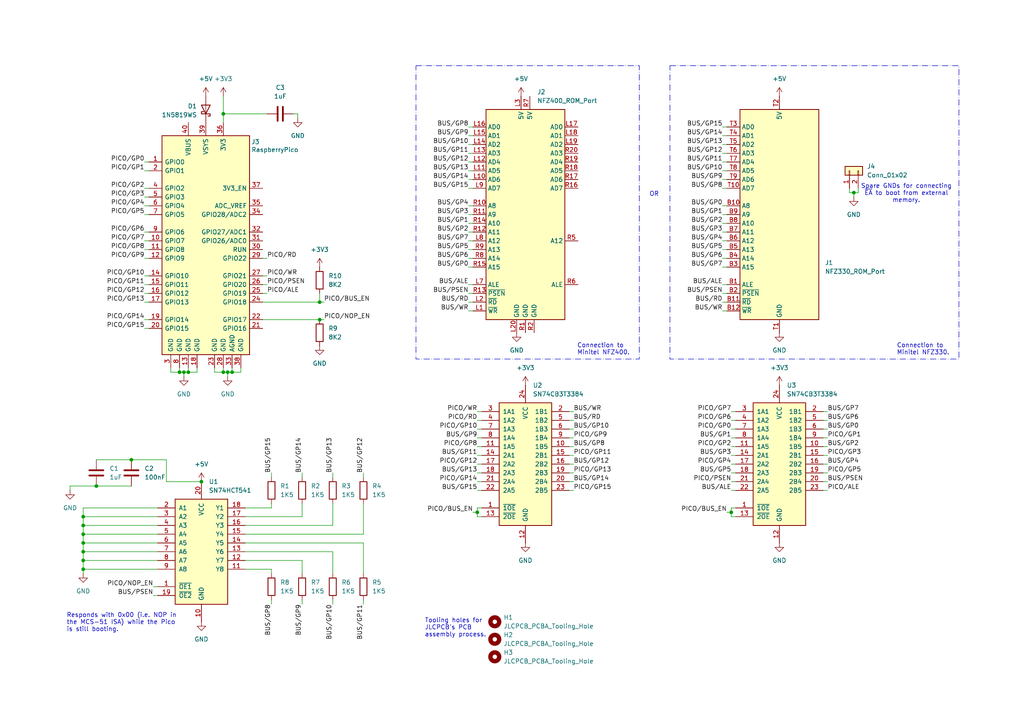
<source format=kicad_sch>
(kicad_sch (version 20250114) (generator "eeschema") (generator_version "9.0")
  (paper "A4")
  (lib_symbols
    (symbol "Connector_Generic:Conn_01x02" (pin_names (offset 1.016) (hide yes))
      (property "Reference" "J" (at 0 2.54 0))
      (property "Value" "Conn_01x02" (at 0 -5.08 0))
      (symbol "Conn_01x02_1_1"
        (rectangle (start -1.27 1.27) (end 1.27 -3.81) (stroke (width 0.254)) (fill (type background)))
        (rectangle (start -1.27 0.127) (end 0 -0.127) (stroke (width 0.1524)))
        (rectangle (start -1.27 -2.413) (end 0 -2.667) (stroke (width 0.1524)))
        (pin passive line (at -5.08 0 0) (length 3.81) (name "Pin_1") (number "1"))
        (pin passive line (at -5.08 -2.54 0) (length 3.81) (name "Pin_2") (number "2"))
      )
    )
    (symbol "Device:C" (pin_numbers (hide yes)) (pin_names (offset 0.254))
      (property "Reference" "C" (at 0.635 2.54 0))
      (property "Value" "C" (at 0.635 -2.54 0))
      (symbol "C_0_1"
        (polyline (pts (xy -2.032 0.762) (xy 2.032 0.762)) (stroke (width 0.508)))
        (polyline (pts (xy -2.032 -0.762) (xy 2.032 -0.762)) (stroke (width 0.508)))
      )
      (symbol "C_1_1"
        (pin passive line (at 0 3.81 270) (length 2.794) (name "~") (number "1"))
        (pin passive line (at 0 -3.81 90) (length 2.794) (name "~") (number "2"))
      )
    )
    (symbol "Device:R" (pin_numbers (hide yes)) (pin_names (offset 0))
      (property "Reference" "R" (at 2.032 0 90))
      (property "Value" "R" (at 0 0 90))
      (symbol "R_0_1"
        (rectangle (start -1.016 -2.54) (end 1.016 2.54) (stroke (width 0.254)))
      )
      (symbol "R_1_1"
        (pin passive line (at 0 3.81 270) (length 1.27) (name "~") (number "1"))
        (pin passive line (at 0 -3.81 90) (length 1.27) (name "~") (number "2"))
      )
    )
    (symbol "Diode:1N5819WS" (pin_numbers (hide yes)) (pin_names (offset 1.016) (hide yes))
      (property "Reference" "D" (at 0 2.54 0))
      (property "Value" "1N5819WS" (at 0 -2.54 0))
      (symbol "1N5819WS_0_1"
        (polyline (pts (xy -1.905 0.635) (xy -1.905 1.27) (xy -1.27 1.27) (xy -1.27 -1.27) (xy -0.635 -1.27) (xy -0.635 -0.635)) (stroke (width 0.254)))
        (polyline (pts (xy 1.27 1.27) (xy 1.27 -1.27) (xy -1.27 0) (xy 1.27 1.27)) (stroke (width 0.254)))
        (polyline (pts (xy 1.27 0) (xy -1.27 0)))
      )
      (symbol "1N5819WS_1_1"
        (pin passive line (at -3.81 0 0) (length 2.54) (name "K") (number "1"))
        (pin passive line (at 3.81 0 180) (length 2.54) (name "A") (number "2"))
      )
    )
    (symbol "Mechanical:MountingHole" (pin_names (offset 1.016)) (in_bom no)
      (property "Reference" "H" (at 0 5.08 0))
      (property "Value" "MountingHole" (at 0 3.175 0))
      (symbol "MountingHole_0_1"
        (circle (center 0 0) (radius 1.27) (stroke (width 1.27)))
      )
    )
    (symbol "ProjectSymbols:NFZ330_ROM_Port"
      (property "Reference" "J" (at -7.62 31.75 0))
      (property "Value" "NFZ330_ROM_Port" (at 13.208 -11.176 90))
      (symbol "NFZ330_ROM_Port_0_1"
        (rectangle (start -11.43 30.48) (end 11.43 -30.48) (stroke (width 0.254)) (fill (type background)))
      )
      (symbol "NFZ330_ROM_Port_1_1"
        (pin passive line (at -15.24 25.4 0) (length 3.81) (name "AD0") (number "T3"))
        (pin passive line (at -15.24 22.86 0) (length 3.81) (name "AD1") (number "T4"))
        (pin passive line (at -15.24 20.32 0) (length 3.81) (name "AD2") (number "T5"))
        (pin passive line (at -15.24 17.78 0) (length 3.81) (name "AD3") (number "T6"))
        (pin passive line (at -15.24 15.24 0) (length 3.81) (name "AD4") (number "T7"))
        (pin passive line (at -15.24 12.7 0) (length 3.81) (name "AD5") (number "T8"))
        (pin passive line (at -15.24 10.16 0) (length 3.81) (name "AD6") (number "T9"))
        (pin passive line (at -15.24 7.62 0) (length 3.81) (name "AD7") (number "T10"))
        (pin passive line (at -15.24 2.54 0) (length 3.81) (name "A8") (number "B10"))
        (pin passive line (at -15.24 0 0) (length 3.81) (name "A9") (number "B9"))
        (pin passive line (at -15.24 -2.54 0) (length 3.81) (name "A10") (number "B8"))
        (pin passive line (at -15.24 -5.08 0) (length 3.81) (name "A11") (number "B7"))
        (pin passive line (at -15.24 -7.62 0) (length 3.81) (name "A12") (number "B6"))
        (pin passive line (at -15.24 -10.16 0) (length 3.81) (name "A13") (number "B5"))
        (pin passive line (at -15.24 -12.7 0) (length 3.81) (name "A14") (number "B4"))
        (pin passive line (at -15.24 -15.24 0) (length 3.81) (name "A15") (number "B3"))
        (pin passive line (at -15.24 -20.32 0) (length 3.81) (name "ALE") (number "B1"))
        (pin passive line (at -15.24 -22.86 0) (length 3.81) (name "~{PSEN}") (number "B2"))
        (pin passive line (at -15.24 -25.4 0) (length 3.81) (name "~{RD}") (number "B11"))
        (pin passive line (at -15.24 -27.94 0) (length 3.81) (name "~{WR}") (number "B12"))
        (pin passive line (at 0 34.29 270) (length 3.81) (name "5V") (number "T2"))
        (pin passive line (at 0 -34.29 90) (length 3.81) (name "GND") (number "T1"))
      )
    )
    (symbol "ProjectSymbols:NFZ400_ROM_Port"
      (property "Reference" "J" (at -7.62 31.75 0))
      (property "Value" "NFZ400_ROM_Port" (at 13.97 -30.226 90))
      (symbol "NFZ400_ROM_Port_0_1"
        (rectangle (start -11.43 30.48) (end 11.43 -30.48) (stroke (width 0.254)) (fill (type background)))
      )
      (symbol "NFZ400_ROM_Port_1_1"
        (pin passive line (at -15.24 25.4 0) (length 3.81) (name "AD0") (number "L16"))
        (pin passive line (at -15.24 22.86 0) (length 3.81) (name "AD1") (number "L15"))
        (pin passive line (at -15.24 20.32 0) (length 3.81) (name "AD2") (number "L14"))
        (pin passive line (at -15.24 17.78 0) (length 3.81) (name "AD3") (number "L13"))
        (pin passive line (at -15.24 15.24 0) (length 3.81) (name "AD4") (number "L12"))
        (pin passive line (at -15.24 12.7 0) (length 3.81) (name "AD5") (number "L11"))
        (pin passive line (at -15.24 10.16 0) (length 3.81) (name "AD6") (number "L10"))
        (pin passive line (at -15.24 7.62 0) (length 3.81) (name "AD7") (number "L9"))
        (pin passive line (at -15.24 2.54 0) (length 3.81) (name "A8") (number "R10"))
        (pin passive line (at -15.24 0 0) (length 3.81) (name "A9") (number "R11"))
        (pin passive line (at -15.24 -2.54 0) (length 3.81) (name "A10") (number "R14"))
        (pin passive line (at -15.24 -5.08 0) (length 3.81) (name "A11") (number "R12"))
        (pin passive line (at -15.24 -7.62 0) (length 3.81) (name "A12") (number "L8"))
        (pin passive line (at -15.24 -10.16 0) (length 3.81) (name "A13") (number "R9"))
        (pin passive line (at -15.24 -12.7 0) (length 3.81) (name "A14") (number "R8"))
        (pin passive line (at -15.24 -15.24 0) (length 3.81) (name "A15") (number "R15"))
        (pin passive line (at -15.24 -20.32 0) (length 3.81) (name "ALE") (number "L7"))
        (pin passive line (at -15.24 -22.86 0) (length 3.81) (name "~{PSEN}") (number "R13"))
        (pin passive line (at -15.24 -25.4 0) (length 3.81) (name "~{RD}") (number "L2"))
        (pin passive line (at -15.24 -27.94 0) (length 3.81) (name "~{WR}") (number "L1"))
        (pin passive line (at -2.54 -34.29 90) (length 3.81) (name "GND") (number "L20"))
        (pin passive line (at -1.27 34.29 270) (length 3.81) (name "5V") (number "L3"))
        (pin passive line (at 0 -34.29 90) (length 3.81) (name "GND") (number "R1"))
        (pin passive line (at 1.27 34.29 270) (length 3.81) (name "5V") (number "R7"))
        (pin passive line (at 2.54 -34.29 90) (length 3.81) (name "GND") (number "R2"))
        (pin passive line (at 15.24 25.4 180) (length 3.81) (name "AD0") (number "L17"))
        (pin passive line (at 15.24 22.86 180) (length 3.81) (name "AD1") (number "L18"))
        (pin passive line (at 15.24 20.32 180) (length 3.81) (name "AD2") (number "L19"))
        (pin passive line (at 15.24 17.78 180) (length 3.81) (name "AD3") (number "R20"))
        (pin passive line (at 15.24 15.24 180) (length 3.81) (name "AD4") (number "R19"))
        (pin passive line (at 15.24 12.7 180) (length 3.81) (name "AD5") (number "R18"))
        (pin passive line (at 15.24 10.16 180) (length 3.81) (name "AD6") (number "R17"))
        (pin passive line (at 15.24 7.62 180) (length 3.81) (name "AD7") (number "R16"))
        (pin passive line (at 15.24 -7.62 180) (length 3.81) (name "A12") (number "R5"))
        (pin passive line (at 15.24 -20.32 180) (length 3.81) (name "ALE") (number "R6"))
      )
    )
    (symbol "ProjectSymbols:RaspberryPico" (pin_names (offset 0.762))
      (property "Reference" "J3" (at 14.224 -27.94 0))
      (property "Value" "RaspberryPico" (at 14.224 -30.48 0))
      (symbol "RaspberryPico_0_1"
        (rectangle (start -12.7 31.75) (end 12.7 -31.75) (stroke (width 0.254)) (fill (type background)))
      )
      (symbol "RaspberryPico_1_1"
        (pin passive line (at -16.51 24.13 0) (length 3.81) (name "GPIO0") (number "1"))
        (pin passive line (at -16.51 21.59 0) (length 3.81) (name "GPIO1") (number "2"))
        (pin passive line (at -16.51 16.51 0) (length 3.81) (name "GPIO2") (number "4"))
        (pin passive line (at -16.51 13.97 0) (length 3.81) (name "GPIO3") (number "5"))
        (pin passive line (at -16.51 11.43 0) (length 3.81) (name "GPIO4") (number "6"))
        (pin passive line (at -16.51 8.89 0) (length 3.81) (name "GPIO5") (number "7"))
        (pin passive line (at -16.51 3.81 0) (length 3.81) (name "GPIO6") (number "9"))
        (pin passive line (at -16.51 1.27 0) (length 3.81) (name "GPIO7") (number "10"))
        (pin passive line (at -16.51 -1.27 0) (length 3.81) (name "GPIO8") (number "11"))
        (pin passive line (at -16.51 -3.81 0) (length 3.81) (name "GPIO9") (number "12"))
        (pin passive line (at -16.51 -8.89 0) (length 3.81) (name "GPIO10") (number "14"))
        (pin passive line (at -16.51 -11.43 0) (length 3.81) (name "GPIO11") (number "15"))
        (pin passive line (at -16.51 -13.97 0) (length 3.81) (name "GPIO12") (number "16"))
        (pin passive line (at -16.51 -16.51 0) (length 3.81) (name "GPIO13") (number "17"))
        (pin passive line (at -16.51 -21.59 0) (length 3.81) (name "GPIO14") (number "19"))
        (pin passive line (at -16.51 -24.13 0) (length 3.81) (name "GPIO15") (number "20"))
        (pin passive line (at -10.16 -35.56 90) (length 3.81) (name "GND") (number "3"))
        (pin passive line (at -7.62 -35.56 90) (length 3.81) (name "GND") (number "8"))
        (pin passive line (at -5.08 35.56 270) (length 3.81) (name "VBUS") (number "40"))
        (pin passive line (at -5.08 -35.56 90) (length 3.81) (name "GND") (number "13"))
        (pin passive line (at -2.54 -35.56 90) (length 3.81) (name "GND") (number "18"))
        (pin passive line (at 0 35.56 270) (length 3.81) (name "VSYS") (number "39"))
        (pin passive line (at 2.54 -35.56 90) (length 3.81) (name "GND") (number "23"))
        (pin passive line (at 5.08 35.56 270) (length 3.81) (name "3V3") (number "36"))
        (pin passive line (at 5.08 -35.56 90) (length 3.81) (name "GND") (number "28"))
        (pin passive line (at 7.62 -35.56 90) (length 3.81) (name "AGND") (number "33"))
        (pin passive line (at 10.16 -35.56 90) (length 3.81) (name "GND") (number "38"))
        (pin passive line (at 16.51 16.51 180) (length 3.81) (name "3V3_EN") (number "37"))
        (pin passive line (at 16.51 11.43 180) (length 3.81) (name "ADC_VREF") (number "35"))
        (pin passive line (at 16.51 8.89 180) (length 3.81) (name "GPIO28/ADC2") (number "34"))
        (pin passive line (at 16.51 3.81 180) (length 3.81) (name "GPIO27/ADC1") (number "32"))
        (pin passive line (at 16.51 1.27 180) (length 3.81) (name "GPIO26/ADC0") (number "31"))
        (pin passive line (at 16.51 -1.27 180) (length 3.81) (name "RUN") (number "30"))
        (pin passive line (at 16.51 -3.81 180) (length 3.81) (name "GPIO22") (number "29"))
        (pin passive line (at 16.51 -8.89 180) (length 3.81) (name "GPIO21") (number "27"))
        (pin passive line (at 16.51 -11.43 180) (length 3.81) (name "GPIO20") (number "26"))
        (pin passive line (at 16.51 -13.97 180) (length 3.81) (name "GPIO19") (number "25"))
        (pin passive line (at 16.51 -16.51 180) (length 3.81) (name "GPIO18") (number "24"))
        (pin passive line (at 16.51 -21.59 180) (length 3.81) (name "GPIO17") (number "22"))
        (pin passive line (at 16.51 -24.13 180) (length 3.81) (name "GPIO16") (number "21"))
      )
    )
    (symbol "ProjectSymbols:SN74CB3T3384" (pin_names (offset 1.016))
      (property "Reference" "U1" (at 2.286 22.352 0))
      (property "Value" "SN74CB3T3384" (at 2.286 19.812 0))
      (symbol "SN74CB3T3384_1_0"
        (pin passive line (at -12.7 15.24 0) (length 5.08) (name "1A1") (number "3"))
        (pin passive line (at -12.7 12.7 0) (length 5.08) (name "1A2") (number "4"))
        (pin passive line (at -12.7 10.16 0) (length 5.08) (name "1A3") (number "7"))
        (pin passive line (at -12.7 7.62 0) (length 5.08) (name "1A4") (number "8"))
        (pin passive line (at -12.7 5.08 0) (length 5.08) (name "1A5") (number "11"))
        (pin passive line (at -12.7 2.54 0) (length 5.08) (name "2A1") (number "14"))
        (pin passive line (at -12.7 0 0) (length 5.08) (name "2A2") (number "17"))
        (pin passive line (at -12.7 -2.54 0) (length 5.08) (name "2A3") (number "18"))
        (pin passive line (at -12.7 -5.08 0) (length 5.08) (name "2A4") (number "21"))
        (pin passive line (at -12.7 -7.62 0) (length 5.08) (name "2A5") (number "22"))
        (pin passive line (at -12.7 -12.7 0) (length 5.08) (name "~{1OE}") (number "1"))
        (pin passive line (at -12.7 -15.24 0) (length 5.08) (name "~{2OE}") (number "13"))
        (pin passive line (at 0 22.86 270) (length 5.08) (name "VCC") (number "24"))
        (pin passive line (at 0 -22.86 90) (length 5.08) (name "GND") (number "12"))
        (pin passive line (at 12.7 15.24 180) (length 5.08) (name "1B1") (number "2"))
        (pin passive line (at 12.7 12.7 180) (length 5.08) (name "1B2") (number "5"))
        (pin passive line (at 12.7 10.16 180) (length 5.08) (name "1B3") (number "6"))
        (pin passive line (at 12.7 7.62 180) (length 5.08) (name "1B4") (number "9"))
        (pin passive line (at 12.7 5.08 180) (length 5.08) (name "1B5") (number "10"))
        (pin passive line (at 12.7 2.54 180) (length 5.08) (name "2B1") (number "15"))
        (pin passive line (at 12.7 0 180) (length 5.08) (name "2B2") (number "16"))
        (pin passive line (at 12.7 -2.54 180) (length 5.08) (name "2B3") (number "19"))
        (pin passive line (at 12.7 -5.08 180) (length 5.08) (name "2B4") (number "20"))
        (pin passive line (at 12.7 -7.62 180) (length 5.08) (name "2B5") (number "23"))
      )
      (symbol "SN74CB3T3384_1_1"
        (rectangle (start -7.62 17.78) (end 7.62 -17.78) (stroke (width 0.254)) (fill (type background)))
      )
    )
    (symbol "ProjectSymbols:SN74HCT541" (pin_names (offset 1.016))
      (property "Reference" "U1" (at 2.1433 20.32 0))
      (property "Value" "SN74HCT541" (at 2.1433 17.78 0))
      (symbol "SN74HCT541_1_0"
        (pin passive line (at -12.7 12.7 0) (length 5.08) (name "A1") (number "2"))
        (pin passive line (at -12.7 10.16 0) (length 5.08) (name "A2") (number "3"))
        (pin passive line (at -12.7 7.62 0) (length 5.08) (name "A3") (number "4"))
        (pin passive line (at -12.7 5.08 0) (length 5.08) (name "A4") (number "5"))
        (pin passive line (at -12.7 2.54 0) (length 5.08) (name "A5") (number "6"))
        (pin passive line (at -12.7 0 0) (length 5.08) (name "A6") (number "7"))
        (pin passive line (at -12.7 -2.54 0) (length 5.08) (name "A7") (number "8"))
        (pin passive line (at -12.7 -5.08 0) (length 5.08) (name "A8") (number "9"))
        (pin passive line (at -12.7 -10.16 0) (length 5.08) (name "~{OE1}") (number "1"))
        (pin passive line (at -12.7 -12.7 0) (length 5.08) (name "~{OE2}") (number "19"))
        (pin passive line (at 0 20.32 270) (length 5.08) (name "VCC") (number "20"))
        (pin passive line (at 0 -20.32 90) (length 5.08) (name "GND") (number "10"))
        (pin passive line (at 12.7 12.7 180) (length 5.08) (name "Y1") (number "18"))
        (pin passive line (at 12.7 10.16 180) (length 5.08) (name "Y2") (number "17"))
        (pin passive line (at 12.7 7.62 180) (length 5.08) (name "Y3") (number "16"))
        (pin passive line (at 12.7 5.08 180) (length 5.08) (name "Y4") (number "15"))
        (pin passive line (at 12.7 2.54 180) (length 5.08) (name "Y5") (number "14"))
        (pin passive line (at 12.7 0 180) (length 5.08) (name "Y6") (number "13"))
        (pin passive line (at 12.7 -2.54 180) (length 5.08) (name "Y7") (number "12"))
        (pin passive line (at 12.7 -5.08 180) (length 5.08) (name "Y8") (number "11"))
      )
      (symbol "SN74HCT541_1_1"
        (rectangle (start -7.62 15.24) (end 7.62 -15.24) (stroke (width 0.254)) (fill (type background)))
      )
    )
    (symbol "power:+3V3" (power) (pin_numbers (hide yes)) (pin_names (offset 0) (hide yes))
      (property "Value" "+3V3" (at 0 3.556 0))
      (symbol "+3V3_0_1"
        (polyline (pts (xy -0.762 1.27) (xy 0 2.54)))
        (polyline (pts (xy 0 2.54) (xy 0.762 1.27)))
        (polyline (pts (xy 0 0) (xy 0 2.54)))
      )
      (symbol "+3V3_1_1"
        (pin power_in line (at 0 0 90) (length 0) (name "~") (number "1"))
      )
    )
    (symbol "power:+5V" (power) (pin_numbers (hide yes)) (pin_names (offset 0) (hide yes))
      (property "Value" "+5V" (at 0 3.556 0))
      (symbol "+5V_0_1"
        (polyline (pts (xy -0.762 1.27) (xy 0 2.54)))
        (polyline (pts (xy 0 2.54) (xy 0.762 1.27)))
        (polyline (pts (xy 0 0) (xy 0 2.54)))
      )
      (symbol "+5V_1_1"
        (pin power_in line (at 0 0 90) (length 0) (name "~") (number "1"))
      )
    )
    (symbol "power:GND" (power) (pin_numbers (hide yes)) (pin_names (offset 0) (hide yes))
      (property "Value" "GND" (at 0 -3.81 0))
      (symbol "GND_0_1"
        (polyline (pts (xy 0 0) (xy 0 -1.27) (xy 1.27 -1.27) (xy 0 -2.54) (xy -1.27 -1.27) (xy 0 -1.27)))
      )
      (symbol "GND_1_1"
        (pin power_in line (at 0 0 270) (length 0) (name "~") (number "1"))
      )
    )
  )
  (rectangle (start 120.65 19.05) (end 185.42 104.14) (stroke (width 0) (type dash_dot)))
  (rectangle (start 194.31 19.05) (end 278.13 104.14) (stroke (width 0) (type dash_dot)))
  (text "OR" (at 189.738 56.388 0) (effects (font (size 1.27 1.27))))
  (text "Tooling holes for\nJLCPCB's PCB\nassembly process." (at 123.19 179.324 0) (effects (font (size 1.27 1.27)) (justify left top)))
  (text "Connection to\nMinitel NFZ330." (at 260.096 99.568 0) (effects (font (size 1.27 1.27)) (justify left top)))
  (text "Responds with 0x00 (i.e. NOP in\nthe MCS-51 ISA) while the Pico\nis still booting." (at 19.304 177.8 0) (effects (font (size 1.27 1.27)) (justify left top)))
  (text "Spare GNDs for connecting\n~{EA} to boot from external\nmemory." (at 262.89 56.134 0) (effects (font (size 1.27 1.27))))
  (text "Connection to\nMinitel NFZ400." (at 167.386 99.568 0) (effects (font (size 1.27 1.27)) (justify left top)))
  (junction (at 24.13 157.48))
  (junction (at 24.13 160.02))
  (junction (at 92.71 87.63))
  (junction (at 24.13 154.94))
  (junction (at 64.77 33.02))
  (junction (at 24.13 149.86))
  (junction (at 92.71 92.71))
  (junction (at 66.04 107.95))
  (junction (at 52.07 107.95))
  (junction (at 38.1 133.35))
  (junction (at 24.13 165.1))
  (junction (at 27.94 140.97))
  (junction (at 67.31 107.95))
  (junction (at 54.61 107.95))
  (junction (at 24.13 162.56))
  (junction (at 64.77 107.95))
  (junction (at 24.13 152.4))
  (junction (at 247.65 55.88))
  (junction (at 138.43 148.59))
  (junction (at 58.42 139.7))
  (junction (at 212.09 148.59))
  (junction (at 53.34 107.95))
  (wire (pts (xy 92.71 85.09) (xy 92.71 87.63)))
  (wire (pts (xy 138.43 124.46) (xy 139.7 124.46)))
  (wire (pts (xy 41.91 80.01) (xy 43.18 80.01)))
  (wire (pts (xy 27.94 133.35) (xy 38.1 133.35)))
  (wire (pts (xy 240.03 137.16) (xy 238.76 137.16)))
  (wire (pts (xy 138.43 149.86) (xy 139.7 149.86)))
  (wire (pts (xy 135.89 87.63) (xy 137.16 87.63)))
  (wire (pts (xy 135.89 72.39) (xy 137.16 72.39)))
  (wire (pts (xy 212.09 149.86) (xy 213.36 149.86)))
  (wire (pts (xy 76.2 92.71) (xy 92.71 92.71)))
  (wire (pts (xy 165.1 124.46) (xy 166.37 124.46)))
  (wire (pts (xy 209.55 62.23) (xy 210.82 62.23)))
  (wire (pts (xy 135.89 82.55) (xy 137.16 82.55)))
  (wire (pts (xy 212.09 132.08) (xy 213.36 132.08)))
  (wire (pts (xy 64.77 107.95) (xy 66.04 107.95)))
  (wire (pts (xy 209.55 85.09) (xy 210.82 85.09)))
  (wire (pts (xy 135.89 52.07) (xy 137.16 52.07)))
  (wire (pts (xy 52.07 106.68) (xy 52.07 107.95)))
  (wire (pts (xy 209.55 74.93) (xy 210.82 74.93)))
  (wire (pts (xy 209.55 59.69) (xy 210.82 59.69)))
  (wire (pts (xy 41.91 57.15) (xy 43.18 57.15)))
  (wire (pts (xy 71.12 147.32) (xy 78.74 147.32)))
  (wire (pts (xy 135.89 90.17) (xy 137.16 90.17)))
  (wire (pts (xy 212.09 137.16) (xy 213.36 137.16)))
  (wire (pts (xy 212.09 119.38) (xy 213.36 119.38)))
  (wire (pts (xy 87.63 175.26) (xy 87.63 173.99)))
  (wire (pts (xy 78.74 147.32) (xy 78.74 146.05)))
  (wire (pts (xy 138.43 119.38) (xy 139.7 119.38)))
  (wire (pts (xy 24.13 160.02) (xy 45.72 160.02)))
  (wire (pts (xy 240.03 129.54) (xy 238.76 129.54)))
  (wire (pts (xy 248.92 54.61) (xy 248.92 55.88)))
  (wire (pts (xy 139.7 132.08) (xy 138.43 132.08)))
  (wire (pts (xy 246.38 54.61) (xy 246.38 55.88)))
  (wire (pts (xy 41.91 92.71) (xy 43.18 92.71)))
  (wire (pts (xy 209.55 49.53) (xy 210.82 49.53)))
  (wire (pts (xy 41.91 74.93) (xy 43.18 74.93)))
  (wire (pts (xy 209.55 36.83) (xy 210.82 36.83)))
  (wire (pts (xy 138.43 148.59) (xy 138.43 147.32)))
  (wire (pts (xy 66.04 107.95) (xy 66.04 109.22)))
  (wire (pts (xy 41.91 67.31) (xy 43.18 67.31)))
  (wire (pts (xy 138.43 142.24) (xy 139.7 142.24)))
  (wire (pts (xy 49.53 107.95) (xy 52.07 107.95)))
  (wire (pts (xy 78.74 166.37) (xy 78.74 165.1)))
  (wire (pts (xy 240.03 132.08) (xy 238.76 132.08)))
  (wire (pts (xy 240.03 127) (xy 238.76 127)))
  (wire (pts (xy 24.13 165.1) (xy 45.72 165.1)))
  (wire (pts (xy 210.82 148.59) (xy 212.09 148.59)))
  (wire (pts (xy 20.32 140.97) (xy 27.94 140.97)))
  (wire (pts (xy 66.04 107.95) (xy 67.31 107.95)))
  (wire (pts (xy 135.89 77.47) (xy 137.16 77.47)))
  (wire (pts (xy 24.13 157.48) (xy 45.72 157.48)))
  (wire (pts (xy 166.37 119.38) (xy 165.1 119.38)))
  (wire (pts (xy 212.09 148.59) (xy 212.09 147.32)))
  (wire (pts (xy 209.55 87.63) (xy 210.82 87.63)))
  (wire (pts (xy 76.2 74.93) (xy 77.47 74.93)))
  (wire (pts (xy 135.89 69.85) (xy 137.16 69.85)))
  (wire (pts (xy 212.09 142.24) (xy 213.36 142.24)))
  (wire (pts (xy 105.41 157.48) (xy 105.41 166.37)))
  (wire (pts (xy 240.03 134.62) (xy 238.76 134.62)))
  (wire (pts (xy 212.09 139.7) (xy 213.36 139.7)))
  (wire (pts (xy 166.37 134.62) (xy 165.1 134.62)))
  (wire (pts (xy 76.2 82.55) (xy 77.47 82.55)))
  (wire (pts (xy 105.41 137.16) (xy 105.41 138.43)))
  (wire (pts (xy 240.03 119.38) (xy 238.76 119.38)))
  (wire (pts (xy 78.74 137.16) (xy 78.74 138.43)))
  (wire (pts (xy 209.55 90.17) (xy 210.82 90.17)))
  (wire (pts (xy 137.16 148.59) (xy 138.43 148.59)))
  (wire (pts (xy 87.63 146.05) (xy 87.63 149.86)))
  (wire (pts (xy 53.34 107.95) (xy 53.34 109.22)))
  (wire (pts (xy 41.91 46.99) (xy 43.18 46.99)))
  (wire (pts (xy 86.36 33.02) (xy 86.36 34.29)))
  (wire (pts (xy 77.47 33.02) (xy 64.77 33.02)))
  (wire (pts (xy 96.52 152.4) (xy 71.12 152.4)))
  (wire (pts (xy 240.03 124.46) (xy 238.76 124.46)))
  (wire (pts (xy 64.77 33.02) (xy 64.77 35.56)))
  (wire (pts (xy 209.55 67.31) (xy 210.82 67.31)))
  (wire (pts (xy 209.55 72.39) (xy 210.82 72.39)))
  (wire (pts (xy 92.71 87.63) (xy 93.98 87.63)))
  (wire (pts (xy 135.89 85.09) (xy 137.16 85.09)))
  (wire (pts (xy 54.61 107.95) (xy 57.15 107.95)))
  (wire (pts (xy 247.65 55.88) (xy 248.92 55.88)))
  (wire (pts (xy 138.43 139.7) (xy 139.7 139.7)))
  (wire (pts (xy 54.61 106.68) (xy 54.61 107.95)))
  (wire (pts (xy 44.45 170.18) (xy 45.72 170.18)))
  (wire (pts (xy 48.26 133.35) (xy 48.26 139.7)))
  (wire (pts (xy 212.09 127) (xy 213.36 127)))
  (wire (pts (xy 139.7 127) (xy 138.43 127)))
  (wire (pts (xy 41.91 54.61) (xy 43.18 54.61)))
  (wire (pts (xy 246.38 55.88) (xy 247.65 55.88)))
  (wire (pts (xy 212.09 121.92) (xy 213.36 121.92)))
  (wire (pts (xy 76.2 85.09) (xy 77.47 85.09)))
  (wire (pts (xy 41.91 59.69) (xy 43.18 59.69)))
  (wire (pts (xy 64.77 27.94) (xy 64.77 33.02)))
  (wire (pts (xy 135.89 44.45) (xy 137.16 44.45)))
  (wire (pts (xy 209.55 39.37) (xy 210.82 39.37)))
  (wire (pts (xy 135.89 54.61) (xy 137.16 54.61)))
  (wire (pts (xy 138.43 147.32) (xy 139.7 147.32)))
  (wire (pts (xy 209.55 64.77) (xy 210.82 64.77)))
  (wire (pts (xy 24.13 162.56) (xy 24.13 160.02)))
  (wire (pts (xy 27.94 140.97) (xy 38.1 140.97)))
  (wire (pts (xy 135.89 62.23) (xy 137.16 62.23)))
  (wire (pts (xy 212.09 149.86) (xy 212.09 148.59)))
  (wire (pts (xy 209.55 46.99) (xy 210.82 46.99)))
  (wire (pts (xy 96.52 137.16) (xy 96.52 138.43)))
  (wire (pts (xy 135.89 74.93) (xy 137.16 74.93)))
  (wire (pts (xy 209.55 44.45) (xy 210.82 44.45)))
  (wire (pts (xy 41.91 95.25) (xy 43.18 95.25)))
  (wire (pts (xy 209.55 69.85) (xy 210.82 69.85)))
  (wire (pts (xy 24.13 160.02) (xy 24.13 157.48)))
  (wire (pts (xy 57.15 106.68) (xy 57.15 107.95)))
  (wire (pts (xy 165.1 132.08) (xy 166.37 132.08)))
  (wire (pts (xy 71.12 149.86) (xy 87.63 149.86)))
  (wire (pts (xy 49.53 106.68) (xy 49.53 107.95)))
  (wire (pts (xy 165.1 137.16) (xy 166.37 137.16)))
  (wire (pts (xy 209.55 82.55) (xy 210.82 82.55)))
  (wire (pts (xy 24.13 147.32) (xy 45.72 147.32)))
  (wire (pts (xy 166.37 139.7) (xy 165.1 139.7)))
  (wire (pts (xy 69.85 106.68) (xy 69.85 107.95)))
  (wire (pts (xy 166.37 142.24) (xy 165.1 142.24)))
  (wire (pts (xy 209.55 54.61) (xy 210.82 54.61)))
  (wire (pts (xy 41.91 69.85) (xy 43.18 69.85)))
  (wire (pts (xy 41.91 72.39) (xy 43.18 72.39)))
  (wire (pts (xy 67.31 107.95) (xy 69.85 107.95)))
  (wire (pts (xy 41.91 62.23) (xy 43.18 62.23)))
  (wire (pts (xy 41.91 49.53) (xy 43.18 49.53)))
  (wire (pts (xy 212.09 147.32) (xy 213.36 147.32)))
  (wire (pts (xy 96.52 175.26) (xy 96.52 173.99)))
  (wire (pts (xy 53.34 107.95) (xy 54.61 107.95)))
  (wire (pts (xy 138.43 121.92) (xy 139.7 121.92)))
  (wire (pts (xy 135.89 36.83) (xy 137.16 36.83)))
  (wire (pts (xy 76.2 87.63) (xy 92.71 87.63)))
  (wire (pts (xy 71.12 154.94) (xy 105.41 154.94)))
  (wire (pts (xy 76.2 80.01) (xy 77.47 80.01)))
  (wire (pts (xy 96.52 146.05) (xy 96.52 152.4)))
  (wire (pts (xy 41.91 87.63) (xy 43.18 87.63)))
  (wire (pts (xy 71.12 157.48) (xy 105.41 157.48)))
  (wire (pts (xy 138.43 149.86) (xy 138.43 148.59)))
  (wire (pts (xy 135.89 46.99) (xy 137.16 46.99)))
  (wire (pts (xy 78.74 165.1) (xy 71.12 165.1)))
  (wire (pts (xy 240.03 142.24) (xy 238.76 142.24)))
  (wire (pts (xy 135.89 39.37) (xy 137.16 39.37)))
  (wire (pts (xy 62.23 107.95) (xy 64.77 107.95)))
  (wire (pts (xy 209.55 52.07) (xy 210.82 52.07)))
  (wire (pts (xy 105.41 154.94) (xy 105.41 146.05)))
  (wire (pts (xy 135.89 41.91) (xy 137.16 41.91)))
  (wire (pts (xy 87.63 137.16) (xy 87.63 138.43)))
  (wire (pts (xy 212.09 129.54) (xy 213.36 129.54)))
  (wire (pts (xy 38.1 133.35) (xy 48.26 133.35)))
  (wire (pts (xy 209.55 77.47) (xy 210.82 77.47)))
  (wire (pts (xy 96.52 166.37) (xy 96.52 160.02)))
  (wire (pts (xy 105.41 175.26) (xy 105.41 173.99)))
  (wire (pts (xy 64.77 106.68) (xy 64.77 107.95)))
  (wire (pts (xy 24.13 149.86) (xy 24.13 147.32)))
  (wire (pts (xy 71.12 162.56) (xy 87.63 162.56)))
  (wire (pts (xy 138.43 129.54) (xy 139.7 129.54)))
  (wire (pts (xy 87.63 162.56) (xy 87.63 166.37)))
  (wire (pts (xy 212.09 134.62) (xy 213.36 134.62)))
  (wire (pts (xy 41.91 85.09) (xy 43.18 85.09)))
  (wire (pts (xy 44.45 172.72) (xy 45.72 172.72)))
  (wire (pts (xy 24.13 154.94) (xy 24.13 152.4)))
  (wire (pts (xy 166.37 121.92) (xy 165.1 121.92)))
  (wire (pts (xy 240.03 121.92) (xy 238.76 121.92)))
  (wire (pts (xy 41.91 82.55) (xy 43.18 82.55)))
  (wire (pts (xy 166.37 127) (xy 165.1 127)))
  (wire (pts (xy 93.98 92.71) (xy 92.71 92.71)))
  (wire (pts (xy 135.89 64.77) (xy 137.16 64.77)))
  (wire (pts (xy 24.13 152.4) (xy 45.72 152.4)))
  (wire (pts (xy 24.13 165.1) (xy 24.13 162.56)))
  (wire (pts (xy 48.26 139.7) (xy 58.42 139.7)))
  (wire (pts (xy 85.09 33.02) (xy 86.36 33.02)))
  (wire (pts (xy 247.65 55.88) (xy 247.65 57.15)))
  (wire (pts (xy 24.13 154.94) (xy 45.72 154.94)))
  (wire (pts (xy 20.32 142.24) (xy 20.32 140.97)))
  (wire (pts (xy 24.13 166.37) (xy 24.13 165.1)))
  (wire (pts (xy 78.74 175.26) (xy 78.74 173.99)))
  (wire (pts (xy 96.52 160.02) (xy 71.12 160.02)))
  (wire (pts (xy 138.43 134.62) (xy 139.7 134.62)))
  (wire (pts (xy 24.13 162.56) (xy 45.72 162.56)))
  (wire (pts (xy 52.07 107.95) (xy 53.34 107.95)))
  (wire (pts (xy 209.55 41.91) (xy 210.82 41.91)))
  (wire (pts (xy 67.31 106.68) (xy 67.31 107.95)))
  (wire (pts (xy 135.89 49.53) (xy 137.16 49.53)))
  (wire (pts (xy 24.13 157.48) (xy 24.13 154.94)))
  (wire (pts (xy 139.7 137.16) (xy 138.43 137.16)))
  (wire (pts (xy 24.13 152.4) (xy 24.13 149.86)))
  (wire (pts (xy 24.13 149.86) (xy 45.72 149.86)))
  (wire (pts (xy 165.1 129.54) (xy 166.37 129.54)))
  (wire (pts (xy 62.23 106.68) (xy 62.23 107.95)))
  (wire (pts (xy 240.03 139.7) (xy 238.76 139.7)))
  (wire (pts (xy 212.09 124.46) (xy 213.36 124.46)))
  (wire (pts (xy 135.89 59.69) (xy 137.16 59.69)))
  (wire (pts (xy 135.89 67.31) (xy 137.16 67.31)))
  (label "PICO{slash}GP12" (at 41.91 85.09 180))
  (label "BUS{slash}GP4" (at 240.03 134.62 0))
  (label "PICO{slash}GP5" (at 240.03 137.16 0))
  (label "BUS{slash}GP15" (at 209.55 36.83 180))
  (label "PICO{slash}GP13" (at 166.37 137.16 0))
  (label "BUS{slash}PSEN" (at 209.55 85.09 180))
  (label "BUS{slash}PSEN" (at 135.89 85.09 180))
  (label "BUS{slash}GP3" (at 212.09 132.08 180))
  (label "PICO{slash}GP11" (at 166.37 132.08 0))
  (label "BUS{slash}GP5" (at 212.09 137.16 180))
  (label "BUS{slash}GP7" (at 209.55 77.47 180))
  (label "BUS{slash}GP15" (at 135.89 54.61 180))
  (label "PICO{slash}GP5" (at 41.91 62.23 180))
  (label "PICO{slash}GP4" (at 212.09 134.62 180))
  (label "PICO{slash}GP3" (at 41.91 57.15 180))
  (label "BUS{slash}ALE" (at 209.55 82.55 180))
  (label "BUS{slash}GP11" (at 135.89 44.45 180))
  (label "PICO{slash}GP9" (at 166.37 127 0))
  (label "PICO{slash}NOP_EN" (at 93.98 92.71 0))
  (label "PICO{slash}BUS_EN" (at 93.98 87.63 0))
  (label "BUS{slash}GP10" (at 209.55 49.53 180))
  (label "BUS{slash}GP11" (at 138.43 132.08 180))
  (label "PICO{slash}GP1" (at 41.91 49.53 180))
  (label "BUS{slash}PSEN" (at 44.45 172.72 180))
  (label "BUS{slash}GP8" (at 78.74 175.26 270))
  (label "PICO{slash}GP6" (at 212.09 121.92 180))
  (label "BUS{slash}GP1" (at 209.55 62.23 180))
  (label "BUS{slash}GP7" (at 240.03 119.38 0))
  (label "BUS{slash}GP6" (at 240.03 121.92 0))
  (label "BUS{slash}GP2" (at 135.89 67.31 180))
  (label "PICO{slash}GP15" (at 41.91 95.25 180))
  (label "PICO{slash}GP13" (at 41.91 87.63 180))
  (label "PICO{slash}GP1" (at 240.03 127 0))
  (label "BUS{slash}GP2" (at 240.03 129.54 0))
  (label "BUS{slash}ALE" (at 212.09 142.24 180))
  (label "BUS{slash}GP0" (at 135.89 77.47 180))
  (label "BUS{slash}ALE" (at 135.89 82.55 180))
  (label "BUS{slash}GP12" (at 166.37 134.62 0))
  (label "BUS{slash}GP14" (at 135.89 52.07 180))
  (label "BUS{slash}GP8" (at 166.37 129.54 0))
  (label "PICO{slash}GP8" (at 138.43 129.54 180))
  (label "BUS{slash}WR" (at 166.37 119.38 0))
  (label "BUS{slash}GP13" (at 209.55 41.91 180))
  (label "PICO{slash}GP6" (at 41.91 67.31 180))
  (label "BUS{slash}GP14" (at 209.55 39.37 180))
  (label "BUS{slash}GP4" (at 135.89 59.69 180))
  (label "BUS{slash}GP9" (at 138.43 127 180))
  (label "BUS{slash}RD" (at 209.55 87.63 180))
  (label "BUS{slash}GP5" (at 135.89 72.39 180))
  (label "BUS{slash}GP15" (at 78.74 137.16 90))
  (label "BUS{slash}GP10" (at 166.37 124.46 0))
  (label "PICO{slash}GP7" (at 212.09 119.38 180))
  (label "BUS{slash}GP14" (at 166.37 139.7 0))
  (label "PICO{slash}GP4" (at 41.91 59.69 180))
  (label "PICO{slash}GP15" (at 166.37 142.24 0))
  (label "PICO{slash}RD" (at 138.43 121.92 180))
  (label "BUS{slash}GP12" (at 105.41 137.16 90))
  (label "PICO{slash}ALE" (at 77.47 85.09 0))
  (label "PICO{slash}GP7" (at 41.91 69.85 180))
  (label "PICO{slash}BUS_EN" (at 137.16 148.59 180))
  (label "BUS{slash}GP14" (at 87.63 137.16 90))
  (label "PICO{slash}GP14" (at 138.43 139.7 180))
  (label "PICO{slash}GP10" (at 138.43 124.46 180))
  (label "BUS{slash}GP9" (at 209.55 52.07 180))
  (label "PICO{slash}PSEN" (at 212.09 139.7 180))
  (label "BUS{slash}GP3" (at 135.89 62.23 180))
  (label "PICO{slash}BUS_EN" (at 210.82 148.59 180))
  (label "BUS{slash}GP1" (at 212.09 127 180))
  (label "PICO{slash}GP9" (at 41.91 74.93 180))
  (label "BUS{slash}GP13" (at 138.43 137.16 180))
  (label "BUS{slash}GP9" (at 87.63 175.26 270))
  (label "PICO{slash}GP2" (at 212.09 129.54 180))
  (label "BUS{slash}GP7" (at 135.89 69.85 180))
  (label "BUS{slash}GP13" (at 96.52 137.16 90))
  (label "PICO{slash}GP0" (at 212.09 124.46 180))
  (label "BUS{slash}GP11" (at 209.55 46.99 180))
  (label "BUS{slash}GP0" (at 209.55 59.69 180))
  (label "BUS{slash}GP3" (at 209.55 67.31 180))
  (label "BUS{slash}WR" (at 209.55 90.17 180))
  (label "BUS{slash}GP6" (at 135.89 74.93 180))
  (label "PICO{slash}GP14" (at 41.91 92.71 180))
  (label "BUS{slash}GP12" (at 135.89 46.99 180))
  (label "BUS{slash}PSEN" (at 240.03 139.7 0))
  (label "BUS{slash}GP8" (at 135.89 36.83 180))
  (label "PICO{slash}GP12" (at 138.43 134.62 180))
  (label "PICO{slash}GP3" (at 240.03 132.08 0))
  (label "BUS{slash}GP8" (at 209.55 54.61 180))
  (label "BUS{slash}GP13" (at 135.89 49.53 180))
  (label "BUS{slash}GP12" (at 209.55 44.45 180))
  (label "BUS{slash}GP10" (at 135.89 41.91 180))
  (label "BUS{slash}GP4" (at 209.55 69.85 180))
  (label "BUS{slash}GP9" (at 135.89 39.37 180))
  (label "BUS{slash}RD" (at 166.37 121.92 0))
  (label "BUS{slash}GP15" (at 138.43 142.24 180))
  (label "PICO{slash}RD" (at 77.47 74.93 0))
  (label "PICO{slash}NOP_EN" (at 44.45 170.18 180))
  (label "PICO{slash}WR" (at 138.43 119.38 180))
  (label "PICO{slash}GP2" (at 41.91 54.61 180))
  (label "PICO{slash}ALE" (at 240.03 142.24 0))
  (label "BUS{slash}GP0" (at 240.03 124.46 0))
  (label "BUS{slash}RD" (at 135.89 87.63 180))
  (label "BUS{slash}GP5" (at 209.55 72.39 180))
  (label "BUS{slash}GP11" (at 105.41 175.26 270))
  (label "BUS{slash}GP2" (at 209.55 64.77 180))
  (label "PICO{slash}PSEN" (at 77.47 82.55 0))
  (label "PICO{slash}GP11" (at 41.91 82.55 180))
  (label "PICO{slash}GP10" (at 41.91 80.01 180))
  (label "PICO{slash}GP8" (at 41.91 72.39 180))
  (label "BUS{slash}WR" (at 135.89 90.17 180))
  (label "BUS{slash}GP1" (at 135.89 64.77 180))
  (label "PICO{slash}WR" (at 77.47 80.01 0))
  (label "PICO{slash}GP0" (at 41.91 46.99 180))
  (label "BUS{slash}GP10" (at 96.52 175.26 270))
  (label "BUS{slash}GP6" (at 209.55 74.93 180))
  (symbol (lib_id "power:GND") (at 58.42 180.34 0) (unit 1)
    (property "Reference" "#PWR05" (effects (hide yes)))
    (property "Value" "GND" (at 58.42 185.42 0))
    (property "Description" "Power symbol creates a global label with name \"GND\" , ground" (effects (hide yes)))
  )
  (symbol (lib_id "ProjectSymbols:SN74CB3T3384") (at 226.06 134.62 0) (unit 1)
    (property "Reference" "U3" (at 228.2033 111.76 0) (effects (justify left)))
    (property "Value" "SN74CB3T3384" (at 228.2033 114.3 0) (effects (justify left)))
    (property "Footprint" "Package_SO:TSSOP-24_4.4x7.8mm_P0.65mm" (effects (hide yes)))
    (property "Datasheet" "https://www.ti.com/lit/gpn/sn74cb3t3384" (effects (hide yes)))
  )
  (symbol (lib_id "power:+3V3") (at 152.4 111.76 0) (unit 1)
    (property "Reference" "#PWR08" (effects (hide yes)))
    (property "Value" "+3V3" (at 152.4 106.68 0))
    (property "Description" "Power symbol creates a global label with name \"+3V3\"" (effects (hide yes)))
  )
  (symbol (lib_id "Device:C") (at 38.1 137.16 0) (unit 1)
    (property "Reference" "C2" (at 41.91 135.8899 0) (effects (justify left)))
    (property "Value" "100nF" (at 41.91 138.4299 0) (effects (justify left)))
    (property "Footprint" "Capacitor_SMD:C_0603_1608Metric" (effects (hide yes)))
    (property "Description" "Unpolarized capacitor" (effects (hide yes)))
  )
  (symbol (lib_id "Device:R") (at 96.52 142.24 180) (unit 1)
    (property "Reference" "R3" (at 99.06 140.9699 0) (effects (justify right)))
    (property "Value" "1K5" (at 99.06 143.5099 0) (effects (justify right)))
    (property "Footprint" "Resistor_SMD:R_0402_1005Metric" (effects (hide yes)))
    (property "Description" "Resistor" (effects (hide yes)))
  )
  (symbol (lib_id "power:GND") (at 20.32 142.24 0) (unit 1)
    (property "Reference" "#PWR020" (effects (hide yes)))
    (property "Value" "GND" (at 20.32 147.32 0))
    (property "Description" "Power symbol creates a global label with name \"GND\" , ground" (effects (hide yes)))
  )
  (symbol (lib_id "Device:R") (at 96.52 170.18 180) (unit 1)
    (property "Reference" "R6" (at 99.06 168.9099 0) (effects (justify right)))
    (property "Value" "1K5" (at 99.06 171.4499 0) (effects (justify right)))
    (property "Footprint" "Resistor_SMD:R_0402_1005Metric" (effects (hide yes)))
    (property "Description" "Resistor" (effects (hide yes)))
  )
  (symbol (lib_id "Device:R") (at 105.41 170.18 180) (unit 1)
    (property "Reference" "R5" (at 107.95 168.9099 0) (effects (justify right)))
    (property "Value" "1K5" (at 107.95 171.4499 0) (effects (justify right)))
    (property "Footprint" "Resistor_SMD:R_0402_1005Metric" (effects (hide yes)))
    (property "Description" "Resistor" (effects (hide yes)))
  )
  (symbol (lib_id "power:+5V") (at 151.13 27.94 0) (unit 1)
    (property "Reference" "#PWR016" (effects (hide yes)))
    (property "Value" "+5V" (at 151.13 22.86 0))
    (property "Description" "Power symbol creates a global label with name \"+5V\"" (effects (hide yes)))
  )
  (symbol (lib_id "ProjectSymbols:RaspberryPico") (at 59.69 71.12 0) (unit 1) (in_bom no)
    (property "Reference" "J3" (at 72.898 41.148 0) (effects (justify left)))
    (property "Value" "RaspberryPico" (at 72.898 43.434 0) (effects (justify left)))
    (property "Footprint" "ProjectFootprints:RaspberryPi_Pico_Common_THT" (effects (hide yes)))
    (property "Datasheet" "https://datasheets.raspberrypi.com/pico/pico-2-datasheet.pdf" (effects (hide yes)))
    (property "Description" "Versatile and inexpensive microcontroller module powered by RP2040 dual-core Arm Cortex-M0+ processor up to 133 MHz, 264kB SRAM, 2MB QSPI flash; also supports Raspberry Pi Pico 2" (effects (hide yes)))
  )
  (symbol (lib_id "ProjectSymbols:NFZ400_ROM_Port") (at 152.4 62.23 0) (unit 1) (in_bom no)
    (property "Reference" "J2" (at 155.8133 26.67 0) (effects (justify left)))
    (property "Value" "NFZ400_ROM_Port" (at 155.8133 29.21 0) (effects (justify left)))
    (property "Footprint" "ProjectFootprints:NFZ400_ROM_Port" (effects (hide yes)))
  )
  (symbol (lib_id "Mechanical:MountingHole") (at 143.51 185.42 0) (unit 1) (in_bom no)
    (property "Reference" "H2" (at 146.05 184.1499 0) (effects (justify left)))
    (property "Value" "JLCPCB_PCBA_Tooling_Hole" (at 146.05 186.6899 0) (effects (justify left)))
    (property "Footprint" "MountingHole:ToolingHole_1.152mm" (effects (hide yes)))
    (property "Description" "Mounting Hole without connection" (effects (hide yes)))
  )
  (symbol (lib_id "power:GND") (at 86.36 34.29 0) (unit 1)
    (property "Reference" "#PWR021" (effects (hide yes)))
    (property "Value" "GND" (at 86.36 39.37 0))
    (property "Description" "Power symbol creates a global label with name \"GND\" , ground" (effects (hide yes)))
  )
  (symbol (lib_id "Diode:1N5819WS") (at 59.69 31.75 270) (mirror x) (unit 1)
    (property "Reference" "D1" (at 57.15 30.7974 90) (effects (justify right)))
    (property "Value" "1N5819WS" (at 57.15 33.3374 90) (effects (justify right)))
    (property "Footprint" "Diode_SMD:D_SOD-323" (effects (hide yes)))
    (property "Datasheet" "https://datasheet.lcsc.com/lcsc/2204281430_Guangdong-Hottech-1N5819WS_C191023.pdf" (effects (hide yes)))
    (property "Description" "40V 600mV@1A 1A SOD-323 Schottky Barrier Diodes, SOD-323" (effects (hide yes)))
  )
  (symbol (lib_id "Device:R") (at 92.71 81.28 0) (unit 1)
    (property "Reference" "R10" (at 95.25 80.0099 0) (effects (justify left)))
    (property "Value" "8K2" (at 95.25 82.5499 0) (effects (justify left)))
    (property "Footprint" "Resistor_SMD:R_0603_1608Metric" (effects (hide yes)))
    (property "Description" "Resistor" (effects (hide yes)))
  )
  (symbol (lib_id "Device:C") (at 81.28 33.02 90) (unit 1)
    (property "Reference" "C3" (at 81.28 25.4 90))
    (property "Value" "1uF" (at 81.28 27.94 90))
    (property "Footprint" "Capacitor_SMD:C_0603_1608Metric" (effects (hide yes)))
    (property "Description" "Unpolarized capacitor" (effects (hide yes)))
  )
  (symbol (lib_id "power:GND") (at 66.04 109.22 0) (unit 1)
    (property "Reference" "#PWR015" (effects (hide yes)))
    (property "Value" "GND" (at 66.04 114.3 0))
    (property "Description" "Power symbol creates a global label with name \"GND\" , ground" (effects (hide yes)))
  )
  (symbol (lib_id "power:GND") (at 226.06 157.48 0) (unit 1)
    (property "Reference" "#PWR06" (effects (hide yes)))
    (property "Value" "GND" (at 226.06 162.56 0))
    (property "Description" "Power symbol creates a global label with name \"GND\" , ground" (effects (hide yes)))
  )
  (symbol (lib_id "power:GND") (at 226.06 96.52 0) (unit 1)
    (property "Reference" "#PWR014" (effects (hide yes)))
    (property "Value" "GND" (at 226.06 101.6 0))
    (property "Description" "Power symbol creates a global label with name \"GND\" , ground" (effects (hide yes)))
  )
  (symbol (lib_id "power:GND") (at 152.4 157.48 0) (unit 1)
    (property "Reference" "#PWR07" (effects (hide yes)))
    (property "Value" "GND" (at 152.4 162.56 0))
    (property "Description" "Power symbol creates a global label with name \"GND\" , ground" (effects (hide yes)))
  )
  (symbol (lib_id "Device:R") (at 105.41 142.24 180) (unit 1)
    (property "Reference" "R4" (at 107.95 140.9699 0) (effects (justify right)))
    (property "Value" "1K5" (at 107.95 143.5099 0) (effects (justify right)))
    (property "Footprint" "Resistor_SMD:R_0402_1005Metric" (effects (hide yes)))
    (property "Description" "Resistor" (effects (hide yes)))
  )
  (symbol (lib_id "power:+5V") (at 58.42 139.7 0) (unit 1)
    (property "Reference" "#PWR02" (effects (hide yes)))
    (property "Value" "+5V" (at 58.42 134.62 0))
    (property "Description" "Power symbol creates a global label with name \"+5V\"" (effects (hide yes)))
  )
  (symbol (lib_id "power:+3V3") (at 226.06 111.76 0) (unit 1)
    (property "Reference" "#PWR09" (effects (hide yes)))
    (property "Value" "+3V3" (at 226.06 106.68 0))
    (property "Description" "Power symbol creates a global label with name \"+3V3\"" (effects (hide yes)))
  )
  (symbol (lib_id "Device:R") (at 87.63 142.24 180) (unit 1)
    (property "Reference" "R2" (at 90.17 140.9699 0) (effects (justify right)))
    (property "Value" "1K5" (at 90.17 143.5099 0) (effects (justify right)))
    (property "Footprint" "Resistor_SMD:R_0402_1005Metric" (effects (hide yes)))
    (property "Description" "Resistor" (effects (hide yes)))
  )
  (symbol (lib_id "power:GND") (at 53.34 109.22 0) (unit 1)
    (property "Reference" "#PWR019" (effects (hide yes)))
    (property "Value" "GND" (at 53.34 114.3 0))
    (property "Description" "Power symbol creates a global label with name \"GND\" , ground" (effects (hide yes)))
  )
  (symbol (lib_id "Device:R") (at 78.74 142.24 180) (unit 1)
    (property "Reference" "R1" (at 81.28 140.9699 0) (effects (justify right)))
    (property "Value" "1K5" (at 81.28 143.5099 0) (effects (justify right)))
    (property "Footprint" "Resistor_SMD:R_0402_1005Metric" (effects (hide yes)))
    (property "Description" "Resistor" (effects (hide yes)))
  )
  (symbol (lib_id "ProjectSymbols:NFZ330_ROM_Port") (at 226.06 62.23 0) (unit 1) (in_bom no)
    (property "Reference" "J1" (at 239.268 76.2 0) (effects (justify left)))
    (property "Value" "NFZ330_ROM_Port" (at 239.268 78.74 0) (effects (justify left)))
    (property "Footprint" "ProjectFootprints:NFZ330_ROM_Port" (effects (hide yes)))
  )
  (symbol (lib_id "Device:C") (at 27.94 137.16 0) (unit 1)
    (property "Reference" "C1" (at 31.75 135.8899 0) (effects (justify left)))
    (property "Value" "1uF" (at 31.75 138.4299 0) (effects (justify left)))
    (property "Footprint" "Capacitor_SMD:C_0603_1608Metric" (effects (hide yes)))
    (property "Description" "Unpolarized capacitor" (effects (hide yes)))
  )
  (symbol (lib_id "Mechanical:MountingHole") (at 143.51 180.34 0) (unit 1) (in_bom no)
    (property "Reference" "H1" (at 146.05 179.0699 0) (effects (justify left)))
    (property "Value" "JLCPCB_PCBA_Tooling_Hole" (at 146.05 181.6099 0) (effects (justify left)))
    (property "Footprint" "MountingHole:ToolingHole_1.152mm" (effects (hide yes)))
    (property "Description" "Mounting Hole without connection" (effects (hide yes)))
  )
  (symbol (lib_id "power:GND") (at 24.13 166.37 0) (unit 1)
    (property "Reference" "#PWR03" (effects (hide yes)))
    (property "Value" "GND" (at 24.13 171.45 0))
    (property "Description" "Power symbol creates a global label with name \"GND\" , ground" (effects (hide yes)))
  )
  (symbol (lib_id "power:+5V") (at 226.06 27.94 0) (unit 1)
    (property "Reference" "#PWR013" (effects (hide yes)))
    (property "Value" "+5V" (at 226.06 22.86 0))
    (property "Description" "Power symbol creates a global label with name \"+5V\"" (effects (hide yes)))
  )
  (symbol (lib_id "ProjectSymbols:SN74CB3T3384") (at 152.4 134.62 0) (unit 1)
    (property "Reference" "U2" (at 154.5433 111.76 0) (effects (justify left)))
    (property "Value" "SN74CB3T3384" (at 154.5433 114.3 0) (effects (justify left)))
    (property "Footprint" "Package_SO:TSSOP-24_4.4x7.8mm_P0.65mm" (effects (hide yes)))
    (property "Datasheet" "https://www.ti.com/lit/gpn/sn74cb3t3384" (effects (hide yes)))
  )
  (symbol (lib_id "Connector_Generic:Conn_01x02") (at 246.38 49.53 90) (unit 1) (in_bom no)
    (property "Reference" "J4" (at 251.46 48.2599 90) (effects (justify right)))
    (property "Value" "Conn_01x02" (at 251.46 50.7999 90) (effects (justify right)))
    (property "Footprint" "Connector_PinSocket_2.54mm:PinSocket_1x02_P2.54mm_Vertical" (effects (hide yes)))
    (property "Description" "Generic connector, single row, 01x02, script generated (kicad-library-utils/schlib/autogen/connector/)" (effects (hide yes)))
  )
  (symbol (lib_id "power:+5V") (at 59.69 27.94 0) (unit 1)
    (property "Reference" "#PWR1" (effects (hide yes)))
    (property "Value" "+5V" (at 59.69 22.86 0))
    (property "Description" "Power symbol creates a global label with name \"+5V\"" (effects (hide yes)))
  )
  (symbol (lib_id "power:GND") (at 149.86 96.52 0) (unit 1)
    (property "Reference" "#PWR017" (effects (hide yes)))
    (property "Value" "GND" (at 149.86 101.6 0))
    (property "Description" "Power symbol creates a global label with name \"GND\" , ground" (effects (hide yes)))
  )
  (symbol (lib_id "power:GND") (at 247.65 57.15 0) (unit 1)
    (property "Reference" "#PWR018" (effects (hide yes)))
    (property "Value" "GND" (at 247.65 62.23 0))
    (property "Description" "Power symbol creates a global label with name \"GND\" , ground" (effects (hide yes)))
  )
  (symbol (lib_id "Mechanical:MountingHole") (at 143.51 190.5 0) (unit 1) (in_bom no)
    (property "Reference" "H3" (at 146.05 189.2299 0) (effects (justify left)))
    (property "Value" "JLCPCB_PCBA_Tooling_Hole" (at 146.05 191.7699 0) (effects (justify left)))
    (property "Footprint" "MountingHole:ToolingHole_1.152mm" (effects (hide yes)))
    (property "Description" "Mounting Hole without connection" (effects (hide yes)))
  )
  (symbol (lib_id "power:+3V3") (at 92.71 77.47 0) (unit 1)
    (property "Reference" "#PWR022" (effects (hide yes)))
    (property "Value" "+3V3" (at 92.71 72.39 0))
    (property "Description" "Power symbol creates a global label with name \"+3V3\"" (effects (hide yes)))
  )
  (symbol (lib_id "power:GND") (at 92.71 100.33 0) (unit 1)
    (property "Reference" "#PWR010" (effects (hide yes)))
    (property "Value" "GND" (at 92.71 105.41 0))
    (property "Description" "Power symbol creates a global label with name \"GND\" , ground" (effects (hide yes)))
  )
  (symbol (lib_id "power:+3V3") (at 64.77 27.94 0) (unit 1)
    (property "Reference" "#PWR04" (effects (hide yes)))
    (property "Value" "+3V3" (at 64.77 22.86 0))
    (property "Description" "Power symbol creates a global label with name \"+3V3\"" (effects (hide yes)))
  )
  (symbol (lib_id "Device:R") (at 92.71 96.52 0) (unit 1)
    (property "Reference" "R9" (at 95.25 95.2499 0) (effects (justify left)))
    (property "Value" "8K2" (at 95.25 97.7899 0) (effects (justify left)))
    (property "Footprint" "Resistor_SMD:R_0603_1608Metric" (effects (hide yes)))
    (property "Description" "Resistor" (effects (hide yes)))
  )
  (symbol (lib_id "Device:R") (at 78.74 170.18 180) (unit 1)
    (property "Reference" "R8" (at 81.28 168.9099 0) (effects (justify right)))
    (property "Value" "1K5" (at 81.28 171.4499 0) (effects (justify right)))
    (property "Footprint" "Resistor_SMD:R_0402_1005Metric" (effects (hide yes)))
    (property "Description" "Resistor" (effects (hide yes)))
  )
  (symbol (lib_id "ProjectSymbols:SN74HCT541") (at 58.42 160.02 0) (unit 1)
    (property "Reference" "U1" (at 60.5633 139.7 0) (effects (justify left)))
    (property "Value" "SN74HCT541" (at 60.5633 142.24 0) (effects (justify left)))
    (property "Footprint" "Package_SO:TSSOP-20_4.4x6.5mm_P0.65mm" (effects (hide yes)))
    (property "Datasheet" "https://www.ti.com/lit/gpn/sn74hct541" (effects (hide yes)))
    (property "Description" "8-bit Buffer/Line Driver 3-state outputs" (effects (hide yes)))
  )
  (symbol (lib_id "Device:R") (at 87.63 170.18 180) (unit 1)
    (property "Reference" "R7" (at 90.17 168.9099 0) (effects (justify right)))
    (property "Value" "1K5" (at 90.17 171.4499 0) (effects (justify right)))
    (property "Footprint" "Resistor_SMD:R_0402_1005Metric" (effects (hide yes)))
    (property "Description" "Resistor" (effects (hide yes)))
  )
)
</source>
